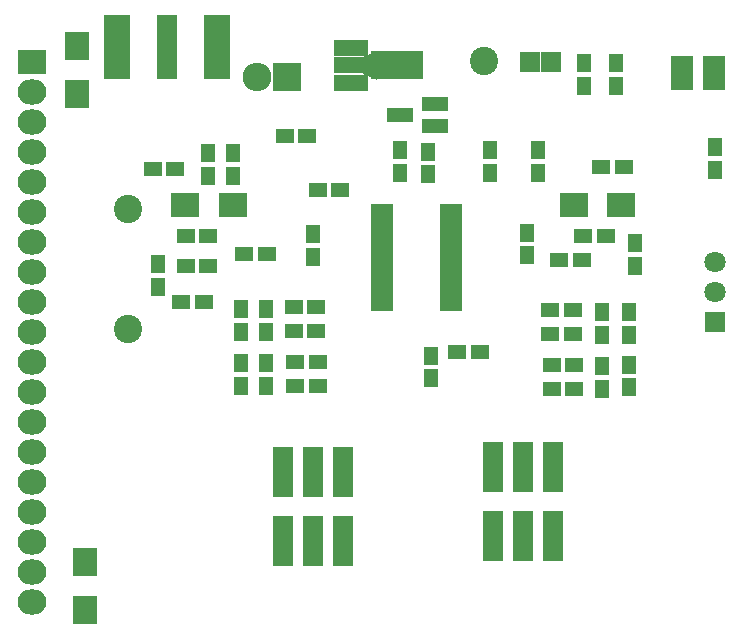
<source format=gts>
G04 #@! TF.FileFunction,Soldermask,Top*
%FSLAX46Y46*%
G04 Gerber Fmt 4.6, Leading zero omitted, Abs format (unit mm)*
G04 Created by KiCad (PCBNEW 4.0.6-e0-6349~53~ubuntu16.04.1) date Thu Oct  5 16:52:19 2017*
%MOMM*%
%LPD*%
G01*
G04 APERTURE LIST*
%ADD10C,0.100000*%
%ADD11R,2.432000X2.127200*%
%ADD12O,2.432000X2.127200*%
%ADD13R,1.960000X1.050000*%
%ADD14R,2.000000X2.400000*%
%ADD15R,1.150000X1.600000*%
%ADD16R,1.600000X1.150000*%
%ADD17R,1.670000X1.670000*%
%ADD18R,2.432000X2.432000*%
%ADD19O,2.432000X2.432000*%
%ADD20R,1.797000X1.797000*%
%ADD21C,1.797000*%
%ADD22R,2.901900X1.400760*%
%ADD23R,4.400500X2.398980*%
%ADD24C,2.400000*%
%ADD25R,2.178000X5.480000*%
%ADD26R,1.670000X5.480000*%
%ADD27R,2.200860X1.200100*%
%ADD28R,2.400000X2.000000*%
%ADD29R,1.670000X4.210000*%
%ADD30C,2.398980*%
%ADD31R,1.850000X0.800000*%
G04 APERTURE END LIST*
D10*
D11*
X46990000Y-87630000D03*
D12*
X46990000Y-90170000D03*
X46990000Y-92710000D03*
X46990000Y-95250000D03*
X46990000Y-97790000D03*
X46990000Y-100330000D03*
X46990000Y-102870000D03*
X46990000Y-105410000D03*
X46990000Y-107950000D03*
X46990000Y-110490000D03*
X46990000Y-113030000D03*
X46990000Y-115570000D03*
X46990000Y-118110000D03*
X46990000Y-120650000D03*
X46990000Y-123190000D03*
X46990000Y-125730000D03*
X46990000Y-128270000D03*
X46990000Y-130810000D03*
X46990000Y-133350000D03*
D13*
X102028000Y-87569000D03*
X102028000Y-88519000D03*
X102028000Y-89469000D03*
X104728000Y-89469000D03*
X104728000Y-87569000D03*
X104728000Y-88519000D03*
D14*
X50800000Y-90265000D03*
X50800000Y-86265000D03*
D15*
X61849000Y-95316000D03*
X61849000Y-97216000D03*
X64008000Y-95316000D03*
X64008000Y-97216000D03*
D16*
X64963000Y-103886000D03*
X66863000Y-103886000D03*
D15*
X93726000Y-87696000D03*
X93726000Y-89596000D03*
X78105000Y-95062000D03*
X78105000Y-96962000D03*
X70739000Y-102174000D03*
X70739000Y-104074000D03*
D16*
X71186000Y-98425000D03*
X73086000Y-98425000D03*
D15*
X57658000Y-104714000D03*
X57658000Y-106614000D03*
D16*
X59629000Y-107950000D03*
X61529000Y-107950000D03*
X60010000Y-104902000D03*
X61910000Y-104902000D03*
D15*
X80772000Y-112461000D03*
X80772000Y-114361000D03*
X66802000Y-108524000D03*
X66802000Y-110424000D03*
X66802000Y-114996000D03*
X66802000Y-113096000D03*
D17*
X89154000Y-87630000D03*
X90932000Y-87630000D03*
D16*
X57216000Y-96647000D03*
X59116000Y-96647000D03*
X68392000Y-93853000D03*
X70292000Y-93853000D03*
X71054000Y-110363000D03*
X69154000Y-110363000D03*
X71181000Y-115062000D03*
X69281000Y-115062000D03*
X82997000Y-112141000D03*
X84897000Y-112141000D03*
D18*
X68580000Y-88900000D03*
D19*
X66040000Y-88900000D03*
D16*
X60010000Y-102362000D03*
X61910000Y-102362000D03*
D15*
X96393000Y-89596000D03*
X96393000Y-87696000D03*
D16*
X69154000Y-108331000D03*
X71054000Y-108331000D03*
X69281000Y-113030000D03*
X71181000Y-113030000D03*
D15*
X64643000Y-110424000D03*
X64643000Y-108524000D03*
X64643000Y-113096000D03*
X64643000Y-114996000D03*
D20*
X104775000Y-109601000D03*
D21*
X104775000Y-107061000D03*
X104775000Y-104521000D03*
D22*
X73974960Y-86382860D03*
X73974960Y-87884000D03*
X73974960Y-89385140D03*
D23*
X77927200Y-87884000D03*
D10*
G36*
X76152350Y-89084760D02*
X75003050Y-88584380D01*
X75003050Y-87183620D01*
X76152350Y-86683240D01*
X76152350Y-89084760D01*
X76152350Y-89084760D01*
G37*
D24*
X85217000Y-87503000D03*
D25*
X62674500Y-86360000D03*
X54165500Y-86360000D03*
D26*
X58420000Y-86360000D03*
D27*
X81130140Y-93025000D03*
X81130140Y-91125000D03*
X78127860Y-92075000D03*
D14*
X51435000Y-133953000D03*
X51435000Y-129953000D03*
D28*
X63976000Y-99695000D03*
X59976000Y-99695000D03*
D29*
X73279000Y-122301000D03*
X70739000Y-122301000D03*
X68199000Y-122301000D03*
X73279000Y-128143000D03*
X70739000Y-128143000D03*
X68199000Y-128143000D03*
D15*
X85725000Y-95062000D03*
X85725000Y-96962000D03*
X88900000Y-102047000D03*
X88900000Y-103947000D03*
X80518000Y-95189000D03*
X80518000Y-97089000D03*
D28*
X92869000Y-99695000D03*
X96869000Y-99695000D03*
D16*
X93533000Y-104394000D03*
X91633000Y-104394000D03*
D15*
X89789000Y-95062000D03*
X89789000Y-96962000D03*
X98044000Y-102936000D03*
X98044000Y-104836000D03*
D16*
X97089000Y-96520000D03*
X95189000Y-96520000D03*
D15*
X95250000Y-110678000D03*
X95250000Y-108778000D03*
X95250000Y-113350000D03*
X95250000Y-115250000D03*
D16*
X90871000Y-108585000D03*
X92771000Y-108585000D03*
X90998000Y-113284000D03*
X92898000Y-113284000D03*
D15*
X104775000Y-94808000D03*
X104775000Y-96708000D03*
D30*
X55118000Y-100076000D03*
X55118000Y-110236000D03*
D16*
X95565000Y-102362000D03*
X93665000Y-102362000D03*
X92771000Y-110617000D03*
X90871000Y-110617000D03*
X92898000Y-115316000D03*
X90998000Y-115316000D03*
D15*
X97536000Y-108778000D03*
X97536000Y-110678000D03*
X97536000Y-115123000D03*
X97536000Y-113223000D03*
D29*
X91059000Y-121920000D03*
X88519000Y-121920000D03*
X85979000Y-121920000D03*
X91059000Y-127762000D03*
X88519000Y-127762000D03*
X85979000Y-127762000D03*
D31*
X76577000Y-99915000D03*
X76577000Y-100565000D03*
X76577000Y-101215000D03*
X76577000Y-101865000D03*
X76577000Y-102515000D03*
X76577000Y-103165000D03*
X76577000Y-103815000D03*
X76577000Y-104465000D03*
X76577000Y-105115000D03*
X76577000Y-105765000D03*
X76577000Y-106415000D03*
X76577000Y-107065000D03*
X76577000Y-107715000D03*
X76577000Y-108365000D03*
X82427000Y-108365000D03*
X82427000Y-107715000D03*
X82427000Y-107065000D03*
X82427000Y-106415000D03*
X82427000Y-105765000D03*
X82427000Y-105115000D03*
X82427000Y-104465000D03*
X82427000Y-103815000D03*
X82427000Y-103165000D03*
X82427000Y-102515000D03*
X82427000Y-101865000D03*
X82427000Y-101215000D03*
X82427000Y-100565000D03*
X82427000Y-99915000D03*
M02*

</source>
